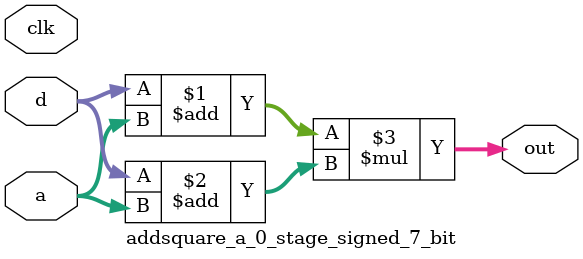
<source format=sv>
(* use_dsp = "yes" *) module addsquare_a_0_stage_signed_7_bit(
	input signed [6:0] a,
	input signed [6:0] d,
	output [6:0] out,
	input clk);

	assign out = (d + a) * (d + a);
endmodule

</source>
